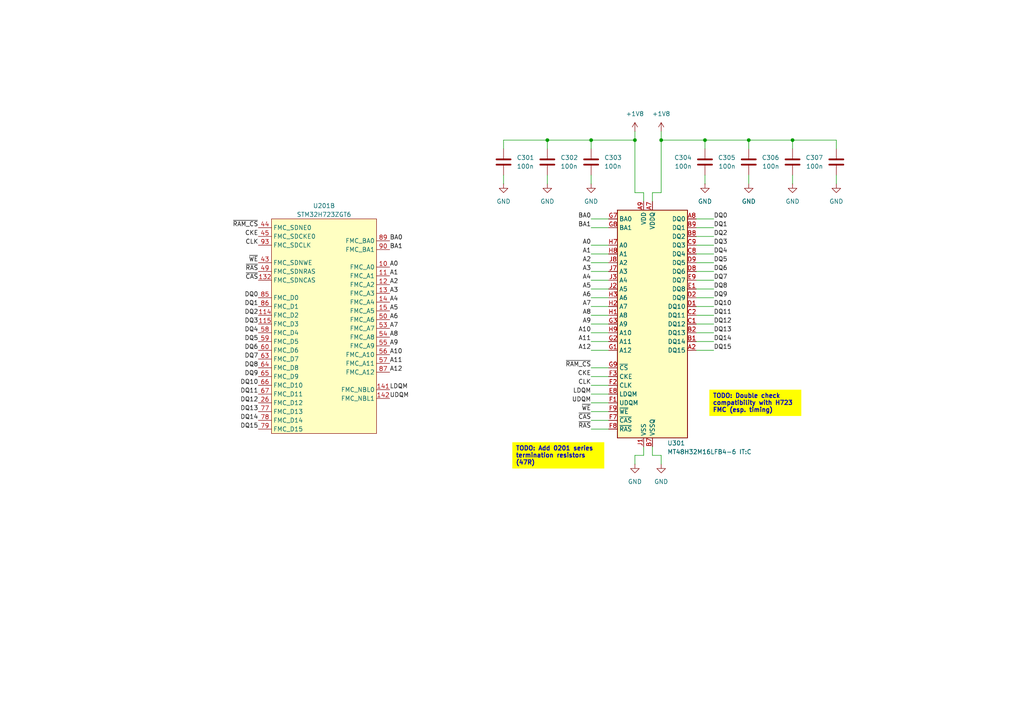
<source format=kicad_sch>
(kicad_sch (version 20231120) (generator "eeschema") (generator_version "8.0")
  (paper "A4")
  (lib_symbols
    (symbol "Device:C" (pin_numbers hide) (pin_names (offset 0.254))
      (property "Reference" "C" (at 0.635 2.54 0))
      (property "Value" "C" (at 0.635 -2.54 0))
      (symbol "C_0_1"
        (polyline (pts (xy -2.032 -0.762) (xy 2.032 -0.762)) (stroke (width 0.508)))
        (polyline (pts (xy -2.032 0.762) (xy 2.032 0.762)) (stroke (width 0.508)))
      )
      (symbol "C_1_1"
        (pin passive line (at 0 3.81 270) (length 2.794) (name "~") (number "1"))
        (pin passive line (at 0 -3.81 90) (length 2.794) (name "~") (number "2"))
      )
    )
    (symbol "FTCU:MT48H32M16LFB4-6"
      (property "Reference" "U" (at -8.89 34.29 0))
      (property "Value" "MT48H32M16LFB4-6" (at 11.684 34.544 0))
      (symbol "MT48H32M16LFB4-6_0_1"
        (rectangle (start -10.16 33.02) (end 10.16 -33.02) (stroke (width 0.254)) (fill (type background)))
      )
      (symbol "MT48H32M16LFB4-6_1_1"
        (pin passive line (at -2.54 -35.56 90) (length 2.54) hide (name "VSS") (number "A1"))
        (pin bidirectional line (at 12.7 -7.62 180) (length 2.54) (name "DQ15") (number "A2"))
        (pin passive line (at 0 -35.56 90) (length 2.54) hide (name "VSSQ") (number "A3"))
        (pin power_in line (at 0 35.56 270) (length 2.54) (name "VDDQ") (number "A7"))
        (pin bidirectional line (at 12.7 30.48 180) (length 2.54) (name "DQ0") (number "A8"))
        (pin power_in line (at -2.54 35.56 270) (length 2.54) (name "VDD") (number "A9"))
        (pin bidirectional line (at 12.7 -5.08 180) (length 2.54) (name "DQ14") (number "B1"))
        (pin bidirectional line (at 12.7 -2.54 180) (length 2.54) (name "DQ13") (number "B2"))
        (pin passive line (at 0 35.56 270) (length 2.54) hide (name "VDDQ") (number "B3"))
        (pin power_in line (at 0 -35.56 90) (length 2.54) (name "VSSQ") (number "B7"))
        (pin bidirectional line (at 12.7 25.4 180) (length 2.54) (name "DQ2") (number "B8"))
        (pin bidirectional line (at 12.7 27.94 180) (length 2.54) (name "DQ1") (number "B9"))
        (pin bidirectional line (at 12.7 0 180) (length 2.54) (name "DQ12") (number "C1"))
        (pin bidirectional line (at 12.7 2.54 180) (length 2.54) (name "DQ11") (number "C2"))
        (pin passive line (at 0 -35.56 90) (length 2.54) hide (name "VSSQ") (number "C3"))
        (pin passive line (at 0 35.56 270) (length 2.54) hide (name "VDDQ") (number "C7"))
        (pin bidirectional line (at 12.7 20.32 180) (length 2.54) (name "DQ4") (number "C8"))
        (pin bidirectional line (at 12.7 22.86 180) (length 2.54) (name "DQ3") (number "C9"))
        (pin bidirectional line (at 12.7 5.08 180) (length 2.54) (name "DQ10") (number "D1"))
        (pin bidirectional line (at 12.7 7.62 180) (length 2.54) (name "DQ9") (number "D2"))
        (pin passive line (at 0 35.56 270) (length 2.54) hide (name "VDDQ") (number "D3"))
        (pin passive line (at 0 -35.56 90) (length 2.54) hide (name "VSSQ") (number "D7"))
        (pin bidirectional line (at 12.7 15.24 180) (length 2.54) (name "DQ6") (number "D8"))
        (pin bidirectional line (at 12.7 17.78 180) (length 2.54) (name "DQ5") (number "D9"))
        (pin bidirectional line (at 12.7 10.16 180) (length 2.54) (name "DQ8") (number "E1"))
        (pin no_connect line (at 10.16 -20.32 180) (length 2.54) hide (name "DNU") (number "E2"))
        (pin passive line (at -2.54 -35.56 90) (length 2.54) hide (name "VSS") (number "E3"))
        (pin passive line (at -2.54 35.56 270) (length 2.54) hide (name "VDD") (number "E7"))
        (pin input line (at -12.7 -20.32 0) (length 2.54) (name "LDQM") (number "E8"))
        (pin bidirectional line (at 12.7 12.7 180) (length 2.54) (name "DQ7") (number "E9"))
        (pin input line (at -12.7 -22.86 0) (length 2.54) (name "UDQM") (number "F1"))
        (pin input line (at -12.7 -17.78 0) (length 2.54) (name "CLK") (number "F2"))
        (pin input line (at -12.7 -15.24 0) (length 2.54) (name "CKE") (number "F3"))
        (pin input line (at -12.7 -27.94 0) (length 2.54) (name "~{CAS}") (number "F7"))
        (pin input line (at -12.7 -30.48 0) (length 2.54) (name "~{RAS}") (number "F8"))
        (pin input line (at -12.7 -25.4 0) (length 2.54) (name "~{WE}") (number "F9"))
        (pin input line (at -12.7 -7.62 0) (length 2.54) (name "A12") (number "G1"))
        (pin input line (at -12.7 -5.08 0) (length 2.54) (name "A11") (number "G2"))
        (pin input line (at -12.7 0 0) (length 2.54) (name "A9") (number "G3"))
        (pin input line (at -12.7 30.48 0) (length 2.54) (name "BA0") (number "G7"))
        (pin input line (at -12.7 27.94 0) (length 2.54) (name "BA1") (number "G8"))
        (pin input line (at -12.7 -12.7 0) (length 2.54) (name "~{CS}") (number "G9"))
        (pin input line (at -12.7 2.54 0) (length 2.54) (name "A8") (number "H1"))
        (pin input line (at -12.7 5.08 0) (length 2.54) (name "A7") (number "H2"))
        (pin input line (at -12.7 7.62 0) (length 2.54) (name "A6") (number "H3"))
        (pin input line (at -12.7 22.86 0) (length 2.54) (name "A0") (number "H7"))
        (pin input line (at -12.7 20.32 0) (length 2.54) (name "A1") (number "H8"))
        (pin input line (at -12.7 -2.54 0) (length 2.54) (name "A10") (number "H9"))
        (pin power_in line (at -2.54 -35.56 90) (length 2.54) (name "VSS") (number "J1"))
        (pin input line (at -12.7 10.16 0) (length 2.54) (name "A5") (number "J2"))
        (pin input line (at -12.7 12.7 0) (length 2.54) (name "A4") (number "J3"))
        (pin input line (at -12.7 15.24 0) (length 2.54) (name "A3") (number "J7"))
        (pin input line (at -12.7 17.78 0) (length 2.54) (name "A2") (number "J8"))
        (pin passive line (at -2.54 35.56 270) (length 2.54) hide (name "VDD") (number "J9"))
      )
    )
    (symbol "FTCU:STM32H723ZG"
      (property "Reference" "U" (at 0 16.764 0))
      (symbol "STM32H723ZG_1_1"
        (rectangle (start -8.89 8.89) (end 7.62 -10.16) (fill (type background)))
        (pin passive line (at 1.27 12.7 270) (length 3.81) hide (name "VCAP") (number "106"))
        (pin passive line (at -1.27 -13.97 90) (length 3.81) hide (name "VSS") (number "107"))
        (pin passive line (at -6.35 12.7 270) (length 3.81) hide (name "VDD") (number "108"))
        (pin passive line (at -1.27 -13.97 90) (length 3.81) hide (name "VSS") (number "120"))
        (pin passive line (at -6.35 12.7 270) (length 3.81) hide (name "VDD") (number "121"))
        (pin passive line (at -1.27 -13.97 90) (length 3.81) hide (name "VSS") (number "130"))
        (pin passive line (at -6.35 12.7 270) (length 3.81) hide (name "VDD") (number "131"))
        (pin passive line (at -6.35 12.7 270) (length 3.81) hide (name "VDD") (number "144"))
        (pin power_in line (at -1.27 -13.97 90) (length 3.81) (name "VSS") (number "16"))
        (pin power_in line (at -6.35 12.7 270) (length 3.81) (name "VDD") (number "17"))
        (pin passive line (at -6.35 12.7 270) (length 3.81) hide (name "VDD") (number "30"))
        (pin power_in line (at 1.27 -13.97 90) (length 3.81) (name "VSSA") (number "31"))
        (pin power_out line (at 3.81 12.7 270) (length 3.81) (name "VREF+") (number "32"))
        (pin power_in line (at -3.81 12.7 270) (length 3.81) (name "VDDA") (number "33"))
        (pin passive line (at -1.27 -13.97 90) (length 3.81) hide (name "VSS") (number "38"))
        (pin passive line (at -6.35 12.7 270) (length 3.81) hide (name "VDD") (number "39"))
        (pin passive line (at -1.27 -13.97 90) (length 3.81) hide (name "VSS") (number "51"))
        (pin passive line (at -6.35 12.7 270) (length 3.81) hide (name "VDD") (number "52"))
        (pin power_in line (at 6.35 12.7 270) (length 3.81) (name "VBAT") (number "6"))
        (pin passive line (at -1.27 -13.97 90) (length 3.81) hide (name "VSS") (number "61"))
        (pin passive line (at -6.35 12.7 270) (length 3.81) hide (name "VDD") (number "62"))
        (pin power_out line (at 1.27 12.7 270) (length 3.81) (name "VCAP") (number "71"))
        (pin passive line (at -6.35 12.7 270) (length 3.81) hide (name "VDD") (number "72"))
        (pin passive line (at -1.27 -13.97 90) (length 3.81) hide (name "VSS") (number "83"))
        (pin passive line (at -6.35 12.7 270) (length 3.81) hide (name "VDD") (number "84"))
        (pin passive line (at -1.27 -13.97 90) (length 3.81) hide (name "VSS") (number "94"))
        (pin power_in line (at -1.27 12.7 270) (length 3.81) (name "VDD33USB") (number "95"))
      )
      (symbol "STM32H723ZG_2_1"
        (rectangle (start -15.24 30.48) (end 15.24 -31.75) (fill (type background)))
        (pin output line (at 19.05 16.51 180) (length 3.81) (name "FMC_A0") (number "10"))
        (pin output line (at 19.05 13.97 180) (length 3.81) (name "FMC_A1") (number "11"))
        (pin bidirectional line (at -19.05 2.54 0) (length 3.81) (name "FMC_D2") (number "114"))
        (pin bidirectional line (at -19.05 0 0) (length 3.81) (name "FMC_D3") (number "115"))
        (pin output line (at 19.05 11.43 180) (length 3.81) (name "FMC_A2") (number "12"))
        (pin output line (at 19.05 8.89 180) (length 3.81) (name "FMC_A3") (number "13"))
        (pin output line (at -19.05 12.7 0) (length 3.81) (name "FMC_SDNCAS") (number "132"))
        (pin output line (at 19.05 6.35 180) (length 3.81) (name "FMC_A4") (number "14"))
        (pin output line (at 19.05 -19.05 180) (length 3.81) (name "FMC_NBL0") (number "141"))
        (pin output line (at 19.05 -21.59 180) (length 3.81) (name "FMC_NBL1") (number "142"))
        (pin output line (at 19.05 3.81 180) (length 3.81) (name "FMC_A5") (number "15"))
        (pin bidirectional line (at -19.05 -22.86 0) (length 3.81) (name "FMC_D12") (number "26"))
        (pin output line (at -19.05 17.78 0) (length 3.81) (name "FMC_SDNWE") (number "43"))
        (pin output line (at -19.05 27.94 0) (length 3.81) (name "FMC_SDNE0") (number "44"))
        (pin output line (at -19.05 25.4 0) (length 3.81) (name "FMC_SDCKE0") (number "45"))
        (pin output line (at -19.05 15.24 0) (length 3.81) (name "FMC_SDNRAS") (number "49"))
        (pin output line (at 19.05 1.27 180) (length 3.81) (name "FMC_A6") (number "50"))
        (pin output line (at 19.05 -1.27 180) (length 3.81) (name "FMC_A7") (number "53"))
        (pin output line (at 19.05 -3.81 180) (length 3.81) (name "FMC_A8") (number "54"))
        (pin output line (at 19.05 -6.35 180) (length 3.81) (name "FMC_A9") (number "55"))
        (pin output line (at 19.05 -8.89 180) (length 3.81) (name "FMC_A10") (number "56"))
        (pin output line (at 19.05 -11.43 180) (length 3.81) (name "FMC_A11") (number "57"))
        (pin bidirectional line (at -19.05 -2.54 0) (length 3.81) (name "FMC_D4") (number "58"))
        (pin bidirectional line (at -19.05 -5.08 0) (length 3.81) (name "FMC_D5") (number "59"))
        (pin bidirectional line (at -19.05 -7.62 0) (length 3.81) (name "FMC_D6") (number "60"))
        (pin bidirectional line (at -19.05 -10.16 0) (length 3.81) (name "FMC_D7") (number "63"))
        (pin bidirectional line (at -19.05 -12.7 0) (length 3.81) (name "FMC_D8") (number "64"))
        (pin bidirectional line (at -19.05 -15.24 0) (length 3.81) (name "FMC_D9") (number "65"))
        (pin bidirectional line (at -19.05 -17.78 0) (length 3.81) (name "FMC_D10") (number "66"))
        (pin bidirectional line (at -19.05 -20.32 0) (length 3.81) (name "FMC_D11") (number "67"))
        (pin bidirectional line (at -19.05 -25.4 0) (length 3.81) (name "FMC_D13") (number "77"))
        (pin bidirectional line (at -19.05 -27.94 0) (length 3.81) (name "FMC_D14") (number "78"))
        (pin bidirectional line (at -19.05 -30.48 0) (length 3.81) (name "FMC_D15") (number "79"))
        (pin bidirectional line (at -19.05 7.62 0) (length 3.81) (name "FMC_D0") (number "85"))
        (pin bidirectional line (at -19.05 5.08 0) (length 3.81) (name "FMC_D1") (number "86"))
        (pin output line (at 19.05 -13.97 180) (length 3.81) (name "FMC_A12") (number "87"))
        (pin output line (at 19.05 24.13 180) (length 3.81) (name "FMC_BA0") (number "89"))
        (pin output line (at 19.05 21.59 180) (length 3.81) (name "FMC_BA1") (number "90"))
        (pin output line (at -19.05 22.86 0) (length 3.81) (name "FMC_SDCLK") (number "93"))
      )
      (symbol "STM32H723ZG_3_1"
        (rectangle (start -17.78 15.24) (end 17.78 -14.605) (fill (type background)))
        (pin bidirectional line (at 21.59 0 180) (length 3.81) (name "OCTOSPIM_P1_IO2") (number "1"))
        (pin bidirectional line (at -21.59 0 0) (length 3.81) (name "SDMMC1_D2") (number "111"))
        (pin bidirectional line (at -21.59 -2.54 0) (length 3.81) (name "SDMMC1_D3") (number "112"))
        (pin output line (at -21.59 12.7 0) (length 3.81) (name "SDMMC1_CK") (number "113"))
        (pin output line (at -21.59 10.16 0) (length 3.81) (name "SDMMC1_CMD") (number "116"))
        (pin input line (at -21.59 -7.62 0) (length 3.81) (name "SD_Detect") (number "117"))
        (pin output line (at 21.59 -12.7 180) (length 3.81) (name "EEPROM_WP") (number "129"))
        (pin output line (at 21.59 -7.62 180) (length 3.81) (name "I2C1_SCL") (number "136"))
        (pin tri_state line (at 21.59 -10.16 180) (length 3.81) (name "I2C1_SDA") (number "137"))
        (pin bidirectional line (at 21.59 5.08 180) (length 3.81) (name "OCTOSPIM_P1_IO0") (number "20"))
        (pin bidirectional line (at 21.59 2.54 180) (length 3.81) (name "OCTOSPIM_P1_IO1") (number "21"))
        (pin output line (at 21.59 12.7 180) (length 3.81) (name "OCTOSPIM_P1_CLK") (number "22"))
        (pin bidirectional line (at 21.59 -2.54 180) (length 3.81) (name "OCTOSPIM_P1_IO3") (number "35"))
        (pin output line (at 21.59 10.16 180) (length 3.81) (name "OCTOSPIM_P1_NCS") (number "69"))
        (pin bidirectional line (at -21.59 5.08 0) (length 3.81) (name "SDMMC1_D0") (number "98"))
        (pin bidirectional line (at -21.59 2.54 0) (length 3.81) (name "SDMMC1_D1") (number "99"))
      )
      (symbol "STM32H723ZG_4_1"
        (rectangle (start -13.97 12.7) (end 12.7 -12.7) (fill (type background)))
        (pin bidirectional line (at 16.51 7.62 180) (length 3.81) (name "DEBUG_JTMS-SWDIO") (number "105"))
        (pin input line (at 16.51 10.16 180) (length 3.81) (name "DEBUG_JTCK-SWCLK") (number "109"))
        (pin output line (at 16.51 5.08 180) (length 3.81) (name "DEBUG_JTDO-SWO") (number "133"))
        (pin input line (at 16.51 -2.54 180) (length 3.81) (name "BOOT0") (number "138"))
        (pin input line (at 16.51 -7.62 180) (length 3.81) (name "PDR_ON") (number "143"))
        (pin input line (at -17.78 -7.62 0) (length 3.81) (name "RCC_OSC_IN") (number "23"))
        (pin output line (at -17.78 -10.16 0) (length 3.81) (name "RCC_OSC_OUT") (number "24"))
        (pin bidirectional line (at 16.51 0 180) (length 3.81) (name "NRST") (number "25"))
        (pin input line (at -17.78 0 0) (length 3.81) (name "RCC_OSC32_IN") (number "8"))
        (pin output line (at -17.78 -2.54 0) (length 3.81) (name "RCC_OSC32_OUT") (number "9"))
      )
      (symbol "STM32H723ZG_5_1"
        (rectangle (start -15.24 8.89) (end 16.51 -8.89) (fill (type background)))
        (pin input line (at -19.05 -2.54 0) (length 3.81) (name "USB_OTG_HS_VBUS") (number "101"))
        (pin output line (at -19.05 -5.08 0) (length 3.81) (name "USB_EnablePullup") (number "102"))
        (pin bidirectional line (at -19.05 5.08 0) (length 3.81) (name "USB_OTG_HS_DM") (number "103"))
        (pin bidirectional line (at -19.05 2.54 0) (length 3.81) (name "USB_OTG_HS_DP") (number "104"))
        (pin input line (at 20.32 6.35 180) (length 3.81) (name "FDCAN1_RX") (number "139"))
        (pin output line (at 20.32 3.81 180) (length 3.81) (name "FDCAN1_TX") (number "140"))
        (pin input line (at 20.32 -3.81 180) (length 3.81) (name "FDCAN3_RX") (number "18"))
        (pin output line (at 20.32 -6.35 180) (length 3.81) (name "FDCAN3_TX") (number "19"))
        (pin input line (at 20.32 1.27 180) (length 3.81) (name "FDCAN2_RX") (number "73"))
        (pin output line (at 20.32 -1.27 180) (length 3.81) (name "FDCAN2_TX") (number "74"))
      )
      (symbol "STM32H723ZG_6_1"
        (rectangle (start -39.37 85.09) (end -22.86 21.59) (fill (type background)))
        (pin output line (at -43.18 53.34 0) (length 3.81) (name "MCO1") (number "100"))
        (pin no_connect line (at -43.18 50.8 0) (length 3.81) (name "PA15") (number "110"))
        (pin no_connect line (at -43.18 48.26 0) (length 3.81) (name "PD4") (number "118"))
        (pin no_connect line (at -43.18 45.72 0) (length 3.81) (name "PD5") (number "119"))
        (pin no_connect line (at -43.18 43.18 0) (length 3.81) (name "PD6") (number "122"))
        (pin no_connect line (at -43.18 40.64 0) (length 3.81) (name "PD7") (number "123"))
        (pin output line (at -19.05 34.29 180) (length 3.81) (name "STATUS1") (number "124"))
        (pin output line (at -19.05 31.75 180) (length 3.81) (name "STATUS2") (number "125"))
        (pin output line (at -19.05 29.21 180) (length 3.81) (name "STATUS3") (number "126"))
        (pin output line (at -19.05 26.67 180) (length 3.81) (name "STATUS4") (number "127"))
        (pin no_connect line (at -43.18 38.1 0) (length 3.81) (name "PG13") (number "128"))
        (pin no_connect line (at -43.18 35.56 0) (length 3.81) (name "PB4") (number "134"))
        (pin output line (at -19.05 24.13 180) (length 3.81) (name "BOOT0_CHARGE") (number "135"))
        (pin no_connect line (at -19.05 82.55 180) (length 3.81) (name "PE3") (number "2"))
        (pin no_connect line (at -19.05 69.85 180) (length 3.81) (name "PC1") (number "27"))
        (pin no_connect line (at -19.05 67.31 180) (length 3.81) (name "PC2_C") (number "28"))
        (pin no_connect line (at -19.05 64.77 180) (length 3.81) (name "PC3_C") (number "29"))
        (pin no_connect line (at -19.05 80.01 180) (length 3.81) (name "PE4") (number "3"))
        (pin no_connect line (at -19.05 62.23 180) (length 3.81) (name "PA0") (number "34"))
        (pin no_connect line (at -19.05 59.69 180) (length 3.81) (name "PA2") (number "36"))
        (pin no_connect line (at -19.05 57.15 180) (length 3.81) (name "PA3") (number "37"))
        (pin no_connect line (at -19.05 77.47 180) (length 3.81) (name "PE5") (number "4"))
        (pin no_connect line (at -19.05 54.61 180) (length 3.81) (name "PA4") (number "40"))
        (pin no_connect line (at -19.05 52.07 180) (length 3.81) (name "PA5") (number "41"))
        (pin no_connect line (at -19.05 49.53 180) (length 3.81) (name "PA6") (number "42"))
        (pin no_connect line (at -19.05 46.99 180) (length 3.81) (name "PB0") (number "46"))
        (pin no_connect line (at -19.05 44.45 180) (length 3.81) (name "PB1") (number "47"))
        (pin no_connect line (at -19.05 41.91 180) (length 3.81) (name "PB2") (number "48"))
        (pin no_connect line (at -19.05 74.93 180) (length 3.81) (name "PE6") (number "5"))
        (pin no_connect line (at -19.05 39.37 180) (length 3.81) (name "PE15") (number "68"))
        (pin no_connect line (at -19.05 72.39 180) (length 3.81) (name "PC13") (number "7"))
        (pin no_connect line (at -19.05 36.83 180) (length 3.81) (name "PB11") (number "70"))
        (pin no_connect line (at -43.18 78.74 0) (length 3.81) (name "PB14") (number "75"))
        (pin no_connect line (at -43.18 76.2 0) (length 3.81) (name "PB15") (number "76"))
        (pin no_connect line (at -43.18 73.66 0) (length 3.81) (name "PD11") (number "80"))
        (pin no_connect line (at -43.18 71.12 0) (length 3.81) (name "PD12") (number "81"))
        (pin no_connect line (at -43.18 68.58 0) (length 3.81) (name "PD13") (number "82"))
        (pin no_connect line (at -43.18 66.04 0) (length 3.81) (name "PG3") (number "88"))
        (pin no_connect line (at -43.18 63.5 0) (length 3.81) (name "PG6") (number "91"))
        (pin no_connect line (at -43.18 60.96 0) (length 3.81) (name "PG7") (number "92"))
        (pin no_connect line (at -43.18 58.42 0) (length 3.81) (name "PC6") (number "96"))
        (pin no_connect line (at -43.18 55.88 0) (length 3.81) (name "PC7") (number "97"))
      )
    )
    (symbol "power:+1V8" (power) (pin_numbers hide) (pin_names (offset 0) hide)
      (property "Value" "+1V8" (at 0 3.556 0))
      (symbol "+1V8_0_1"
        (polyline (pts (xy -0.762 1.27) (xy 0 2.54)))
        (polyline (pts (xy 0 0) (xy 0 2.54)))
        (polyline (pts (xy 0 2.54) (xy 0.762 1.27)))
      )
      (symbol "+1V8_1_1"
        (pin power_in line (at 0 0 90) (length 0) (name "~") (number "1"))
      )
    )
    (symbol "power:GND" (power) (pin_numbers hide) (pin_names (offset 0) hide)
      (property "Value" "GND" (at 0 -3.81 0))
      (symbol "GND_0_1"
        (polyline (pts (xy 0 0) (xy 0 -1.27) (xy 1.27 -1.27) (xy 0 -2.54) (xy -1.27 -1.27) (xy 0 -1.27)))
      )
      (symbol "GND_1_1"
        (pin power_in line (at 0 0 270) (length 0) (name "~") (number "1"))
      )
    )
  )
  (junction (at 171.45 40.64))
  (junction (at 204.47 40.64))
  (junction (at 184.15 40.64))
  (junction (at 217.17 40.64))
  (junction (at 158.75 40.64))
  (junction (at 191.77 40.64))
  (junction (at 229.87 40.64))
  (wire (pts (xy 207.01 99.06) (xy 201.93 99.06)))
  (wire (pts (xy 158.75 40.64) (xy 146.05 40.64)))
  (wire (pts (xy 207.01 63.5) (xy 201.93 63.5)))
  (wire (pts (xy 217.17 40.64) (xy 229.87 40.64)))
  (wire (pts (xy 171.45 78.74) (xy 176.53 78.74)))
  (wire (pts (xy 207.01 76.2) (xy 201.93 76.2)))
  (wire (pts (xy 229.87 40.64) (xy 242.57 40.64)))
  (wire (pts (xy 171.45 40.64) (xy 158.75 40.64)))
  (wire (pts (xy 171.45 114.3) (xy 176.53 114.3)))
  (wire (pts (xy 204.47 40.64) (xy 204.47 43.18)))
  (wire (pts (xy 171.45 86.36) (xy 176.53 86.36)))
  (wire (pts (xy 189.23 58.42) (xy 189.23 55.88)))
  (wire (pts (xy 171.45 40.64) (xy 171.45 43.18)))
  (wire (pts (xy 171.45 93.98) (xy 176.53 93.98)))
  (wire (pts (xy 171.45 101.6) (xy 176.53 101.6)))
  (wire (pts (xy 204.47 50.8) (xy 204.47 53.34)))
  (wire (pts (xy 171.45 109.22) (xy 176.53 109.22)))
  (wire (pts (xy 207.01 86.36) (xy 201.93 86.36)))
  (wire (pts (xy 217.17 40.64) (xy 217.17 43.18)))
  (wire (pts (xy 186.69 55.88) (xy 184.15 55.88)))
  (wire (pts (xy 207.01 81.28) (xy 201.93 81.28)))
  (wire (pts (xy 186.69 58.42) (xy 186.69 55.88)))
  (wire (pts (xy 171.45 76.2) (xy 176.53 76.2)))
  (wire (pts (xy 171.45 73.66) (xy 176.53 73.66)))
  (wire (pts (xy 242.57 40.64) (xy 242.57 43.18)))
  (wire (pts (xy 229.87 40.64) (xy 229.87 43.18)))
  (wire (pts (xy 207.01 83.82) (xy 201.93 83.82)))
  (wire (pts (xy 158.75 40.64) (xy 158.75 43.18)))
  (wire (pts (xy 171.45 99.06) (xy 176.53 99.06)))
  (wire (pts (xy 171.45 63.5) (xy 176.53 63.5)))
  (wire (pts (xy 171.45 71.12) (xy 176.53 71.12)))
  (wire (pts (xy 207.01 73.66) (xy 201.93 73.66)))
  (wire (pts (xy 204.47 40.64) (xy 217.17 40.64)))
  (wire (pts (xy 207.01 101.6) (xy 201.93 101.6)))
  (wire (pts (xy 207.01 91.44) (xy 201.93 91.44)))
  (wire (pts (xy 217.17 50.8) (xy 217.17 53.34)))
  (wire (pts (xy 171.45 96.52) (xy 176.53 96.52)))
  (wire (pts (xy 207.01 96.52) (xy 201.93 96.52)))
  (wire (pts (xy 171.45 124.46) (xy 176.53 124.46)))
  (wire (pts (xy 171.45 106.68) (xy 176.53 106.68)))
  (wire (pts (xy 186.69 132.08) (xy 184.15 132.08)))
  (wire (pts (xy 184.15 40.64) (xy 171.45 40.64)))
  (wire (pts (xy 207.01 66.04) (xy 201.93 66.04)))
  (wire (pts (xy 146.05 40.64) (xy 146.05 43.18)))
  (wire (pts (xy 171.45 66.04) (xy 176.53 66.04)))
  (wire (pts (xy 184.15 55.88) (xy 184.15 40.64)))
  (wire (pts (xy 171.45 111.76) (xy 176.53 111.76)))
  (wire (pts (xy 189.23 129.54) (xy 189.23 132.08)))
  (wire (pts (xy 207.01 68.58) (xy 201.93 68.58)))
  (wire (pts (xy 171.45 81.28) (xy 176.53 81.28)))
  (wire (pts (xy 229.87 50.8) (xy 229.87 53.34)))
  (wire (pts (xy 158.75 50.8) (xy 158.75 53.34)))
  (wire (pts (xy 171.45 121.92) (xy 176.53 121.92)))
  (wire (pts (xy 171.45 88.9) (xy 176.53 88.9)))
  (wire (pts (xy 207.01 71.12) (xy 201.93 71.12)))
  (wire (pts (xy 171.45 116.84) (xy 176.53 116.84)))
  (wire (pts (xy 184.15 132.08) (xy 184.15 134.62)))
  (wire (pts (xy 191.77 132.08) (xy 191.77 134.62)))
  (wire (pts (xy 207.01 88.9) (xy 201.93 88.9)))
  (wire (pts (xy 186.69 129.54) (xy 186.69 132.08)))
  (wire (pts (xy 171.45 83.82) (xy 176.53 83.82)))
  (wire (pts (xy 171.45 50.8) (xy 171.45 53.34)))
  (wire (pts (xy 171.45 91.44) (xy 176.53 91.44)))
  (wire (pts (xy 171.45 119.38) (xy 176.53 119.38)))
  (wire (pts (xy 189.23 132.08) (xy 191.77 132.08)))
  (wire (pts (xy 146.05 50.8) (xy 146.05 53.34)))
  (wire (pts (xy 242.57 50.8) (xy 242.57 53.34)))
  (wire (pts (xy 191.77 40.64) (xy 204.47 40.64)))
  (wire (pts (xy 191.77 55.88) (xy 191.77 40.64)))
  (wire (pts (xy 191.77 40.64) (xy 191.77 38.1)))
  (wire (pts (xy 184.15 40.64) (xy 184.15 38.1)))
  (wire (pts (xy 207.01 93.98) (xy 201.93 93.98)))
  (wire (pts (xy 207.01 78.74) (xy 201.93 78.74)))
  (wire (pts (xy 189.23 55.88) (xy 191.77 55.88)))
  (text_box "TODO: Double check compatibility with H723 FMC (esp. timing)" (at 205.74 113.03 0) (size 26.67 7.62) (stroke (width -0.0001)) (fill (type color) (color 255 255 0 1)) (effects (font (size 1.27 1.27) (thickness 0.254) (bold yes)) (justify left top)))
  (text_box "TODO: Add 0201 series termination resistors (47R)" (at 148.59 128.27 0) (size 26.67 7.62) (stroke (width -0.0001)) (fill (type color) (color 255 255 0 1)) (effects (font (size 1.27 1.27) (thickness 0.254) (bold yes)) (justify left top)))
  (label "DQ8" (at 74.93 106.68 180))
  (label "A12" (at 113.03 107.95 0))
  (label "UDQM" (at 171.45 116.84 180))
  (label "A8" (at 113.03 97.79 0))
  (label "DQ8" (at 207.01 83.82 0))
  (label "DQ6" (at 207.01 78.74 0))
  (label "A10" (at 113.03 102.87 0))
  (label "A9" (at 171.45 93.98 180))
  (label "DQ15" (at 207.01 101.6 0))
  (label "DQ10" (at 207.01 88.9 0))
  (label "DQ14" (at 74.93 121.92 180))
  (label "BA0" (at 171.45 63.5 180) (effects (font (thickness 0.1588))))
  (label "UDQM" (at 113.03 115.57 0))
  (label "DQ14" (at 207.01 99.06 0))
  (label "A8" (at 171.45 91.44 180))
  (label "DQ10" (at 74.93 111.76 180))
  (label "BA1" (at 113.03 72.39 0) (effects (font (thickness 0.1588))))
  (label "DQ0" (at 74.93 86.36 180))
  (label "DQ4" (at 74.93 96.52 180))
  (label "~{RAS}" (at 74.93 78.74 180))
  (label "A6" (at 171.45 86.36 180))
  (label "CLK" (at 74.93 71.12 180))
  (label "DQ5" (at 207.01 76.2 0))
  (label "A0" (at 113.03 77.47 0) (effects (font (thickness 0.1588))))
  (label "A1" (at 113.03 80.01 0))
  (label "DQ2" (at 207.01 68.58 0))
  (label "~{WE}" (at 74.93 76.2 180))
  (label "~{CAS}" (at 74.93 81.28 180))
  (label "A3" (at 113.03 85.09 0))
  (label "DQ12" (at 207.01 93.98 0))
  (label "~{WE}" (at 171.45 119.38 180))
  (label "CLK" (at 171.45 111.76 180))
  (label "DQ9" (at 74.93 109.22 180))
  (label "CKE" (at 171.45 109.22 180))
  (label "A10" (at 171.45 96.52 180))
  (label "A2" (at 113.03 82.55 0))
  (label "CKE" (at 74.93 68.58 180))
  (label "DQ5" (at 74.93 99.06 180))
  (label "BA0" (at 113.03 69.85 0) (effects (font (thickness 0.1588))))
  (label "DQ15" (at 74.93 124.46 180))
  (label "DQ13" (at 207.01 96.52 0))
  (label "A11" (at 113.03 105.41 0))
  (label "A7" (at 171.45 88.9 180))
  (label "DQ9" (at 207.01 86.36 0))
  (label "A4" (at 113.03 87.63 0))
  (label "DQ6" (at 74.93 101.6 180))
  (label "A3" (at 171.45 78.74 180))
  (label "~{RAS}" (at 171.45 124.46 180))
  (label "DQ3" (at 207.01 71.12 0))
  (label "DQ12" (at 74.93 116.84 180))
  (label "LDQM" (at 171.45 114.3 180))
  (label "A5" (at 113.03 90.17 0))
  (label "DQ2" (at 74.93 91.44 180))
  (label "DQ1" (at 207.01 66.04 0))
  (label "A4" (at 171.45 81.28 180))
  (label "A9" (at 113.03 100.33 0))
  (label "~{CAS}" (at 171.45 121.92 180))
  (label "DQ1" (at 74.93 88.9 180))
  (label "BA1" (at 171.45 66.04 180) (effects (font (thickness 0.1588))))
  (label "~{RAM_CS}" (at 171.45 106.68 180))
  (label "A11" (at 171.45 99.06 180))
  (label "DQ7" (at 207.01 81.28 0))
  (label "~{RAM_CS}" (at 74.93 66.04 180))
  (label "A7" (at 113.03 95.25 0))
  (label "DQ0" (at 207.01 63.5 0))
  (label "A6" (at 113.03 92.71 0))
  (label "DQ3" (at 74.93 93.98 180))
  (label "DQ7" (at 74.93 104.14 180))
  (label "A1" (at 171.45 73.66 180))
  (label "LDQM" (at 113.03 113.03 0))
  (label "A2" (at 171.45 76.2 180))
  (label "DQ11" (at 74.93 114.3 180))
  (label "A12" (at 171.45 101.6 180))
  (label "DQ13" (at 74.93 119.38 180))
  (label "DQ11" (at 207.01 91.44 0))
  (label "A0" (at 171.45 71.12 180) (effects (font (thickness 0.1588))))
  (label "DQ4" (at 207.01 73.66 0))
  (label "A5" (at 171.45 83.82 180))
  (symbol (lib_id "Device:C") (at 204.47 46.99 0) (mirror x) (unit 1)
    (property "Reference" "C304" (at 200.66 45.7199 0) (effects (justify right)))
    (property "Value" "100n" (at 200.66 48.2599 0) (effects (justify right)))
    (property "Footprint" "Capacitor_SMD:C_0402_1005Metric" (effects (hide yes)))
    (property "Description" "Unpolarized capacitor" (effects (hide yes)))
  )
  (symbol (lib_id "power:+1V8") (at 191.77 38.1 0) (unit 1)
    (property "Reference" "#PWR0302" (effects (hide yes)))
    (property "Value" "+1V8" (at 191.77 33.02 0))
    (property "Description" "Power symbol creates a global label with name \"+1V8\"" (effects (hide yes)))
  )
  (symbol (lib_id "power:GND") (at 191.77 134.62 0) (unit 1)
    (property "Reference" "#PWR0311" (effects (hide yes)))
    (property "Value" "GND" (at 191.77 139.7 0))
    (property "Description" "Power symbol creates a global label with name \"GND\" , ground" (effects (hide yes)))
  )
  (symbol (lib_id "Device:C") (at 242.57 46.99 0) (mirror x) (unit 1)
    (property "Reference" "C307" (at 238.76 45.7199 0) (effects (justify right)))
    (property "Value" "100n" (at 238.76 48.2599 0) (effects (justify right)))
    (property "Footprint" "Capacitor_SMD:C_0402_1005Metric" (effects (hide yes)))
    (property "Description" "Unpolarized capacitor" (effects (hide yes)))
  )
  (symbol (lib_id "Device:C") (at 158.75 46.99 180) (unit 1)
    (property "Reference" "C302" (at 162.56 45.7199 0) (effects (justify right)))
    (property "Value" "100n" (at 162.56 48.2599 0) (effects (justify right)))
    (property "Footprint" "Capacitor_SMD:C_0402_1005Metric" (effects (hide yes)))
    (property "Description" "Unpolarized capacitor" (effects (hide yes)))
  )
  (symbol (lib_id "power:GND") (at 158.75 53.34 0) (unit 1)
    (property "Reference" "#PWR0304" (effects (hide yes)))
    (property "Value" "GND" (at 158.75 58.42 0))
    (property "Description" "Power symbol creates a global label with name \"GND\" , ground" (effects (hide yes)))
  )
  (symbol (lib_id "power:GND") (at 204.47 53.34 0) (mirror y) (unit 1)
    (property "Reference" "#PWR0306" (effects (hide yes)))
    (property "Value" "GND" (at 204.47 58.42 0))
    (property "Description" "Power symbol creates a global label with name \"GND\" , ground" (effects (hide yes)))
  )
  (symbol (lib_id "FTCU:STM32H723ZG") (at 93.98 93.98 0) (unit 2)
    (property "Reference" "U201" (at 93.98 59.69 0))
    (property "Value" "STM32H723ZGT6" (at 93.98 62.23 0))
    (property "Footprint" "Package_QFP:LQFP-144_20x20mm_P0.5mm" (effects (hide yes)))
    (property "Datasheet" "https://www.st.com/resource/en/datasheet/stm32h723zg.pdf" (effects (hide yes)))
  )
  (symbol (lib_id "Device:C") (at 146.05 46.99 180) (unit 1)
    (property "Reference" "C301" (at 149.86 45.7199 0) (effects (justify right)))
    (property "Value" "100n" (at 149.86 48.2599 0) (effects (justify right)))
    (property "Footprint" "Capacitor_SMD:C_0402_1005Metric" (effects (hide yes)))
    (property "Description" "Unpolarized capacitor" (effects (hide yes)))
  )
  (symbol (lib_id "power:+1V8") (at 184.15 38.1 0) (unit 1)
    (property "Reference" "#PWR0301" (effects (hide yes)))
    (property "Value" "+1V8" (at 184.15 33.02 0))
    (property "Description" "Power symbol creates a global label with name \"+1V8\"" (effects (hide yes)))
  )
  (symbol (lib_id "power:GND") (at 171.45 53.34 0) (unit 1)
    (property "Reference" "#PWR0305" (effects (hide yes)))
    (property "Value" "GND" (at 171.45 58.42 0))
    (property "Description" "Power symbol creates a global label with name \"GND\" , ground" (effects (hide yes)))
  )
  (symbol (lib_id "power:GND") (at 146.05 53.34 0) (unit 1)
    (property "Reference" "#PWR0303" (effects (hide yes)))
    (property "Value" "GND" (at 146.05 58.42 0))
    (property "Description" "Power symbol creates a global label with name \"GND\" , ground" (effects (hide yes)))
  )
  (symbol (lib_id "Device:C") (at 171.45 46.99 180) (unit 1)
    (property "Reference" "C303" (at 175.26 45.7199 0) (effects (justify right)))
    (property "Value" "100n" (at 175.26 48.2599 0) (effects (justify right)))
    (property "Footprint" "Capacitor_SMD:C_0402_1005Metric" (effects (hide yes)))
    (property "Description" "Unpolarized capacitor" (effects (hide yes)))
  )
  (symbol (lib_id "power:GND") (at 229.87 53.34 0) (mirror y) (unit 1)
    (property "Reference" "#PWR0308" (effects (hide yes)))
    (property "Value" "GND" (at 229.87 58.42 0))
    (property "Description" "Power symbol creates a global label with name \"GND\" , ground" (effects (hide yes)))
  )
  (symbol (lib_id "Device:C") (at 217.17 46.99 0) (mirror x) (unit 1)
    (property "Reference" "C305" (at 213.36 45.7199 0) (effects (justify right)))
    (property "Value" "100n" (at 213.36 48.2599 0) (effects (justify right)))
    (property "Footprint" "Capacitor_SMD:C_0402_1005Metric" (effects (hide yes)))
    (property "Description" "Unpolarized capacitor" (effects (hide yes)))
  )
  (symbol (lib_id "power:GND") (at 184.15 134.62 0) (unit 1)
    (property "Reference" "#PWR0310" (effects (hide yes)))
    (property "Value" "GND" (at 184.15 139.7 0))
    (property "Description" "Power symbol creates a global label with name \"GND\" , ground" (effects (hide yes)))
  )
  (symbol (lib_id "power:GND") (at 242.57 53.34 0) (mirror y) (unit 1)
    (property "Reference" "#PWR0309" (effects (hide yes)))
    (property "Value" "GND" (at 242.57 58.42 0))
    (property "Description" "Power symbol creates a global label with name \"GND\" , ground" (effects (hide yes)))
  )
  (symbol (lib_id "Device:C") (at 229.87 46.99 0) (mirror x) (unit 1)
    (property "Reference" "C306" (at 226.06 45.7199 0) (effects (justify right)))
    (property "Value" "100n" (at 226.06 48.2599 0) (effects (justify right)))
    (property "Footprint" "Capacitor_SMD:C_0402_1005Metric" (effects (hide yes)))
    (property "Description" "Unpolarized capacitor" (effects (hide yes)))
  )
  (symbol (lib_id "power:GND") (at 217.17 53.34 0) (mirror y) (unit 1)
    (property "Reference" "#PWR0307" (effects (hide yes)))
    (property "Value" "GND" (at 217.17 58.42 0))
    (property "Description" "Power symbol creates a global label with name \"GND\" , ground" (effects (hide yes)))
  )
  (symbol (lib_id "FTCU:MT48H32M16LFB4-6") (at 189.23 93.98 0) (unit 1)
    (property "Reference" "U301" (at 193.548 128.524 0) (effects (justify left)))
    (property "Value" "MT48H32M16LFB4-6 IT:C" (at 193.548 131.064 0) (effects (justify left)))
    (property "Footprint" "FTCU:Micron_VFBGA-54_8x8mm_P0.8mm" (effects (hide yes)))
    (property "Datasheet" "https://wmsc.lcsc.com/wmsc/upload/file/pdf/v2/lcsc/2403291624_Micron-Tech-MT48H32M16LFB4-6-IT-C-TR_C2061935.pdf" (effects (hide yes)))
    (property "Description" "512M – (32M x 16 bit) Synchronous DRAM (SDRAM), VFBGA-54" (effects (hide yes)))
  )
)
</source>
